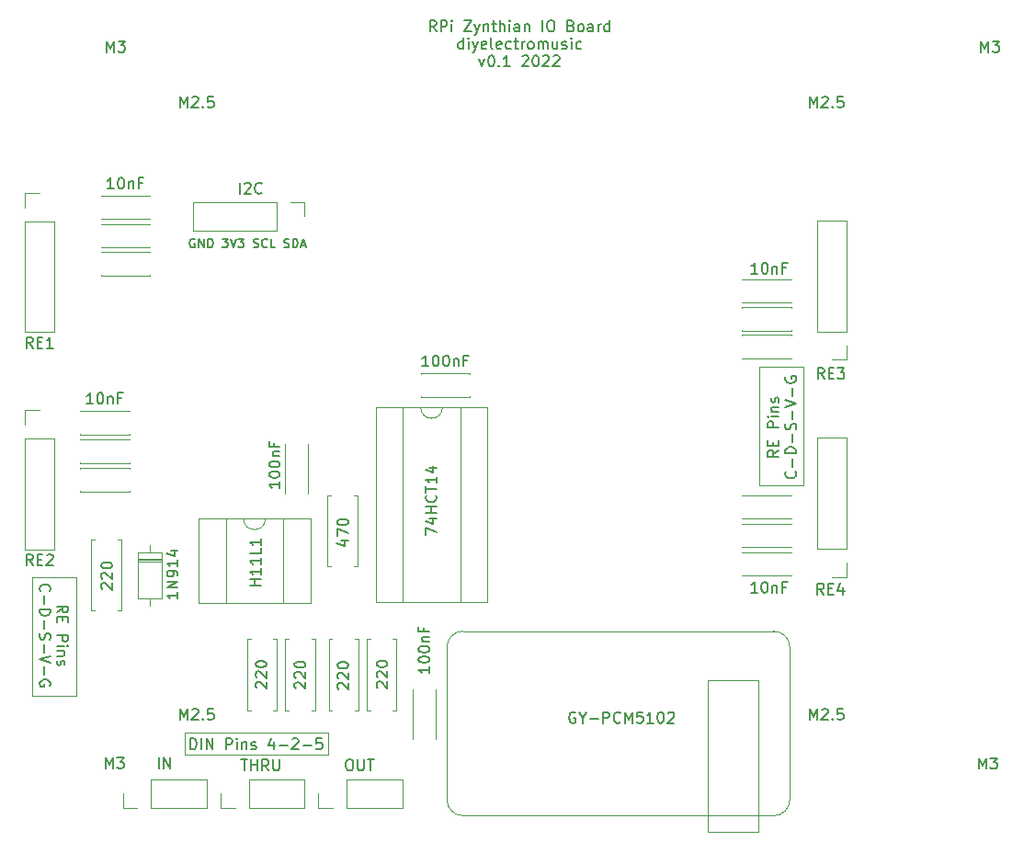
<source format=gto>
G04 #@! TF.GenerationSoftware,KiCad,Pcbnew,(6.0.5)*
G04 #@! TF.CreationDate,2022-09-01T21:04:14+01:00*
G04 #@! TF.ProjectId,Rpi-Zynthian-IOBoard,5270692d-5a79-46e7-9468-69616e2d494f,rev?*
G04 #@! TF.SameCoordinates,Original*
G04 #@! TF.FileFunction,Legend,Top*
G04 #@! TF.FilePolarity,Positive*
%FSLAX46Y46*%
G04 Gerber Fmt 4.6, Leading zero omitted, Abs format (unit mm)*
G04 Created by KiCad (PCBNEW (6.0.5)) date 2022-09-01 21:04:14*
%MOMM*%
%LPD*%
G01*
G04 APERTURE LIST*
%ADD10C,0.100000*%
%ADD11C,0.150000*%
%ADD12C,0.120000*%
G04 APERTURE END LIST*
D10*
X172389800Y-95580200D02*
X168325800Y-95580200D01*
X168325800Y-95580200D02*
X168325800Y-84683600D01*
X168325800Y-84683600D02*
X172389800Y-84683600D01*
X172389800Y-84683600D02*
X172389800Y-95580200D01*
X115341400Y-118389400D02*
X128600200Y-118389400D01*
X128600200Y-118389400D02*
X128600200Y-120421400D01*
X128600200Y-120421400D02*
X115341400Y-120421400D01*
X115341400Y-120421400D02*
X115341400Y-118389400D01*
X101320600Y-104089200D02*
X105384600Y-104089200D01*
X105384600Y-104089200D02*
X105384600Y-114985800D01*
X105384600Y-114985800D02*
X101320600Y-114985800D01*
X101320600Y-114985800D02*
X101320600Y-104089200D01*
D11*
X115897780Y-119908580D02*
X115897780Y-118908580D01*
X116135876Y-118908580D01*
X116278733Y-118956200D01*
X116373971Y-119051438D01*
X116421590Y-119146676D01*
X116469209Y-119337152D01*
X116469209Y-119480009D01*
X116421590Y-119670485D01*
X116373971Y-119765723D01*
X116278733Y-119860961D01*
X116135876Y-119908580D01*
X115897780Y-119908580D01*
X116897780Y-119908580D02*
X116897780Y-118908580D01*
X117373971Y-119908580D02*
X117373971Y-118908580D01*
X117945400Y-119908580D01*
X117945400Y-118908580D01*
X119183495Y-119908580D02*
X119183495Y-118908580D01*
X119564447Y-118908580D01*
X119659685Y-118956200D01*
X119707304Y-119003819D01*
X119754923Y-119099057D01*
X119754923Y-119241914D01*
X119707304Y-119337152D01*
X119659685Y-119384771D01*
X119564447Y-119432390D01*
X119183495Y-119432390D01*
X120183495Y-119908580D02*
X120183495Y-119241914D01*
X120183495Y-118908580D02*
X120135876Y-118956200D01*
X120183495Y-119003819D01*
X120231114Y-118956200D01*
X120183495Y-118908580D01*
X120183495Y-119003819D01*
X120659685Y-119241914D02*
X120659685Y-119908580D01*
X120659685Y-119337152D02*
X120707304Y-119289533D01*
X120802542Y-119241914D01*
X120945400Y-119241914D01*
X121040638Y-119289533D01*
X121088257Y-119384771D01*
X121088257Y-119908580D01*
X121516828Y-119860961D02*
X121612066Y-119908580D01*
X121802542Y-119908580D01*
X121897780Y-119860961D01*
X121945400Y-119765723D01*
X121945400Y-119718104D01*
X121897780Y-119622866D01*
X121802542Y-119575247D01*
X121659685Y-119575247D01*
X121564447Y-119527628D01*
X121516828Y-119432390D01*
X121516828Y-119384771D01*
X121564447Y-119289533D01*
X121659685Y-119241914D01*
X121802542Y-119241914D01*
X121897780Y-119289533D01*
X123564447Y-119241914D02*
X123564447Y-119908580D01*
X123326352Y-118860961D02*
X123088257Y-119575247D01*
X123707304Y-119575247D01*
X124088257Y-119527628D02*
X124850161Y-119527628D01*
X125278733Y-119003819D02*
X125326352Y-118956200D01*
X125421590Y-118908580D01*
X125659685Y-118908580D01*
X125754923Y-118956200D01*
X125802542Y-119003819D01*
X125850161Y-119099057D01*
X125850161Y-119194295D01*
X125802542Y-119337152D01*
X125231114Y-119908580D01*
X125850161Y-119908580D01*
X126278733Y-119527628D02*
X127040638Y-119527628D01*
X127993019Y-118908580D02*
X127516828Y-118908580D01*
X127469209Y-119384771D01*
X127516828Y-119337152D01*
X127612066Y-119289533D01*
X127850161Y-119289533D01*
X127945400Y-119337152D01*
X127993019Y-119384771D01*
X128040638Y-119480009D01*
X128040638Y-119718104D01*
X127993019Y-119813342D01*
X127945400Y-119860961D01*
X127850161Y-119908580D01*
X127612066Y-119908580D01*
X127516828Y-119860961D01*
X127469209Y-119813342D01*
X138537323Y-53782580D02*
X138203990Y-53306390D01*
X137965895Y-53782580D02*
X137965895Y-52782580D01*
X138346847Y-52782580D01*
X138442085Y-52830200D01*
X138489704Y-52877819D01*
X138537323Y-52973057D01*
X138537323Y-53115914D01*
X138489704Y-53211152D01*
X138442085Y-53258771D01*
X138346847Y-53306390D01*
X137965895Y-53306390D01*
X138965895Y-53782580D02*
X138965895Y-52782580D01*
X139346847Y-52782580D01*
X139442085Y-52830200D01*
X139489704Y-52877819D01*
X139537323Y-52973057D01*
X139537323Y-53115914D01*
X139489704Y-53211152D01*
X139442085Y-53258771D01*
X139346847Y-53306390D01*
X138965895Y-53306390D01*
X139965895Y-53782580D02*
X139965895Y-53115914D01*
X139965895Y-52782580D02*
X139918276Y-52830200D01*
X139965895Y-52877819D01*
X140013514Y-52830200D01*
X139965895Y-52782580D01*
X139965895Y-52877819D01*
X141108752Y-52782580D02*
X141775419Y-52782580D01*
X141108752Y-53782580D01*
X141775419Y-53782580D01*
X142061133Y-53115914D02*
X142299228Y-53782580D01*
X142537323Y-53115914D02*
X142299228Y-53782580D01*
X142203990Y-54020676D01*
X142156371Y-54068295D01*
X142061133Y-54115914D01*
X142918276Y-53115914D02*
X142918276Y-53782580D01*
X142918276Y-53211152D02*
X142965895Y-53163533D01*
X143061133Y-53115914D01*
X143203990Y-53115914D01*
X143299228Y-53163533D01*
X143346847Y-53258771D01*
X143346847Y-53782580D01*
X143680180Y-53115914D02*
X144061133Y-53115914D01*
X143823038Y-52782580D02*
X143823038Y-53639723D01*
X143870657Y-53734961D01*
X143965895Y-53782580D01*
X144061133Y-53782580D01*
X144394466Y-53782580D02*
X144394466Y-52782580D01*
X144823038Y-53782580D02*
X144823038Y-53258771D01*
X144775419Y-53163533D01*
X144680180Y-53115914D01*
X144537323Y-53115914D01*
X144442085Y-53163533D01*
X144394466Y-53211152D01*
X145299228Y-53782580D02*
X145299228Y-53115914D01*
X145299228Y-52782580D02*
X145251609Y-52830200D01*
X145299228Y-52877819D01*
X145346847Y-52830200D01*
X145299228Y-52782580D01*
X145299228Y-52877819D01*
X146203990Y-53782580D02*
X146203990Y-53258771D01*
X146156371Y-53163533D01*
X146061133Y-53115914D01*
X145870657Y-53115914D01*
X145775419Y-53163533D01*
X146203990Y-53734961D02*
X146108752Y-53782580D01*
X145870657Y-53782580D01*
X145775419Y-53734961D01*
X145727800Y-53639723D01*
X145727800Y-53544485D01*
X145775419Y-53449247D01*
X145870657Y-53401628D01*
X146108752Y-53401628D01*
X146203990Y-53354009D01*
X146680180Y-53115914D02*
X146680180Y-53782580D01*
X146680180Y-53211152D02*
X146727800Y-53163533D01*
X146823038Y-53115914D01*
X146965895Y-53115914D01*
X147061133Y-53163533D01*
X147108752Y-53258771D01*
X147108752Y-53782580D01*
X148346847Y-53782580D02*
X148346847Y-52782580D01*
X149013514Y-52782580D02*
X149203990Y-52782580D01*
X149299228Y-52830200D01*
X149394466Y-52925438D01*
X149442085Y-53115914D01*
X149442085Y-53449247D01*
X149394466Y-53639723D01*
X149299228Y-53734961D01*
X149203990Y-53782580D01*
X149013514Y-53782580D01*
X148918276Y-53734961D01*
X148823038Y-53639723D01*
X148775419Y-53449247D01*
X148775419Y-53115914D01*
X148823038Y-52925438D01*
X148918276Y-52830200D01*
X149013514Y-52782580D01*
X150965895Y-53258771D02*
X151108752Y-53306390D01*
X151156371Y-53354009D01*
X151203990Y-53449247D01*
X151203990Y-53592104D01*
X151156371Y-53687342D01*
X151108752Y-53734961D01*
X151013514Y-53782580D01*
X150632561Y-53782580D01*
X150632561Y-52782580D01*
X150965895Y-52782580D01*
X151061133Y-52830200D01*
X151108752Y-52877819D01*
X151156371Y-52973057D01*
X151156371Y-53068295D01*
X151108752Y-53163533D01*
X151061133Y-53211152D01*
X150965895Y-53258771D01*
X150632561Y-53258771D01*
X151775419Y-53782580D02*
X151680180Y-53734961D01*
X151632561Y-53687342D01*
X151584942Y-53592104D01*
X151584942Y-53306390D01*
X151632561Y-53211152D01*
X151680180Y-53163533D01*
X151775419Y-53115914D01*
X151918276Y-53115914D01*
X152013514Y-53163533D01*
X152061133Y-53211152D01*
X152108752Y-53306390D01*
X152108752Y-53592104D01*
X152061133Y-53687342D01*
X152013514Y-53734961D01*
X151918276Y-53782580D01*
X151775419Y-53782580D01*
X152965895Y-53782580D02*
X152965895Y-53258771D01*
X152918276Y-53163533D01*
X152823038Y-53115914D01*
X152632561Y-53115914D01*
X152537323Y-53163533D01*
X152965895Y-53734961D02*
X152870657Y-53782580D01*
X152632561Y-53782580D01*
X152537323Y-53734961D01*
X152489704Y-53639723D01*
X152489704Y-53544485D01*
X152537323Y-53449247D01*
X152632561Y-53401628D01*
X152870657Y-53401628D01*
X152965895Y-53354009D01*
X153442085Y-53782580D02*
X153442085Y-53115914D01*
X153442085Y-53306390D02*
X153489704Y-53211152D01*
X153537323Y-53163533D01*
X153632561Y-53115914D01*
X153727800Y-53115914D01*
X154489704Y-53782580D02*
X154489704Y-52782580D01*
X154489704Y-53734961D02*
X154394466Y-53782580D01*
X154203990Y-53782580D01*
X154108752Y-53734961D01*
X154061133Y-53687342D01*
X154013514Y-53592104D01*
X154013514Y-53306390D01*
X154061133Y-53211152D01*
X154108752Y-53163533D01*
X154203990Y-53115914D01*
X154394466Y-53115914D01*
X154489704Y-53163533D01*
X141037323Y-55392580D02*
X141037323Y-54392580D01*
X141037323Y-55344961D02*
X140942085Y-55392580D01*
X140751609Y-55392580D01*
X140656371Y-55344961D01*
X140608752Y-55297342D01*
X140561133Y-55202104D01*
X140561133Y-54916390D01*
X140608752Y-54821152D01*
X140656371Y-54773533D01*
X140751609Y-54725914D01*
X140942085Y-54725914D01*
X141037323Y-54773533D01*
X141513514Y-55392580D02*
X141513514Y-54725914D01*
X141513514Y-54392580D02*
X141465895Y-54440200D01*
X141513514Y-54487819D01*
X141561133Y-54440200D01*
X141513514Y-54392580D01*
X141513514Y-54487819D01*
X141894466Y-54725914D02*
X142132561Y-55392580D01*
X142370657Y-54725914D02*
X142132561Y-55392580D01*
X142037323Y-55630676D01*
X141989704Y-55678295D01*
X141894466Y-55725914D01*
X143132561Y-55344961D02*
X143037323Y-55392580D01*
X142846847Y-55392580D01*
X142751609Y-55344961D01*
X142703990Y-55249723D01*
X142703990Y-54868771D01*
X142751609Y-54773533D01*
X142846847Y-54725914D01*
X143037323Y-54725914D01*
X143132561Y-54773533D01*
X143180180Y-54868771D01*
X143180180Y-54964009D01*
X142703990Y-55059247D01*
X143751609Y-55392580D02*
X143656371Y-55344961D01*
X143608752Y-55249723D01*
X143608752Y-54392580D01*
X144513514Y-55344961D02*
X144418276Y-55392580D01*
X144227800Y-55392580D01*
X144132561Y-55344961D01*
X144084942Y-55249723D01*
X144084942Y-54868771D01*
X144132561Y-54773533D01*
X144227800Y-54725914D01*
X144418276Y-54725914D01*
X144513514Y-54773533D01*
X144561133Y-54868771D01*
X144561133Y-54964009D01*
X144084942Y-55059247D01*
X145418276Y-55344961D02*
X145323038Y-55392580D01*
X145132561Y-55392580D01*
X145037323Y-55344961D01*
X144989704Y-55297342D01*
X144942085Y-55202104D01*
X144942085Y-54916390D01*
X144989704Y-54821152D01*
X145037323Y-54773533D01*
X145132561Y-54725914D01*
X145323038Y-54725914D01*
X145418276Y-54773533D01*
X145703990Y-54725914D02*
X146084942Y-54725914D01*
X145846847Y-54392580D02*
X145846847Y-55249723D01*
X145894466Y-55344961D01*
X145989704Y-55392580D01*
X146084942Y-55392580D01*
X146418276Y-55392580D02*
X146418276Y-54725914D01*
X146418276Y-54916390D02*
X146465895Y-54821152D01*
X146513514Y-54773533D01*
X146608752Y-54725914D01*
X146703990Y-54725914D01*
X147180180Y-55392580D02*
X147084942Y-55344961D01*
X147037323Y-55297342D01*
X146989704Y-55202104D01*
X146989704Y-54916390D01*
X147037323Y-54821152D01*
X147084942Y-54773533D01*
X147180180Y-54725914D01*
X147323038Y-54725914D01*
X147418276Y-54773533D01*
X147465895Y-54821152D01*
X147513514Y-54916390D01*
X147513514Y-55202104D01*
X147465895Y-55297342D01*
X147418276Y-55344961D01*
X147323038Y-55392580D01*
X147180180Y-55392580D01*
X147942085Y-55392580D02*
X147942085Y-54725914D01*
X147942085Y-54821152D02*
X147989704Y-54773533D01*
X148084942Y-54725914D01*
X148227800Y-54725914D01*
X148323038Y-54773533D01*
X148370657Y-54868771D01*
X148370657Y-55392580D01*
X148370657Y-54868771D02*
X148418276Y-54773533D01*
X148513514Y-54725914D01*
X148656371Y-54725914D01*
X148751609Y-54773533D01*
X148799228Y-54868771D01*
X148799228Y-55392580D01*
X149703990Y-54725914D02*
X149703990Y-55392580D01*
X149275419Y-54725914D02*
X149275419Y-55249723D01*
X149323038Y-55344961D01*
X149418276Y-55392580D01*
X149561133Y-55392580D01*
X149656371Y-55344961D01*
X149703990Y-55297342D01*
X150132561Y-55344961D02*
X150227800Y-55392580D01*
X150418276Y-55392580D01*
X150513514Y-55344961D01*
X150561133Y-55249723D01*
X150561133Y-55202104D01*
X150513514Y-55106866D01*
X150418276Y-55059247D01*
X150275419Y-55059247D01*
X150180180Y-55011628D01*
X150132561Y-54916390D01*
X150132561Y-54868771D01*
X150180180Y-54773533D01*
X150275419Y-54725914D01*
X150418276Y-54725914D01*
X150513514Y-54773533D01*
X150989704Y-55392580D02*
X150989704Y-54725914D01*
X150989704Y-54392580D02*
X150942085Y-54440200D01*
X150989704Y-54487819D01*
X151037323Y-54440200D01*
X150989704Y-54392580D01*
X150989704Y-54487819D01*
X151894466Y-55344961D02*
X151799228Y-55392580D01*
X151608752Y-55392580D01*
X151513514Y-55344961D01*
X151465895Y-55297342D01*
X151418276Y-55202104D01*
X151418276Y-54916390D01*
X151465895Y-54821152D01*
X151513514Y-54773533D01*
X151608752Y-54725914D01*
X151799228Y-54725914D01*
X151894466Y-54773533D01*
X142513514Y-56335914D02*
X142751609Y-57002580D01*
X142989704Y-56335914D01*
X143561133Y-56002580D02*
X143656371Y-56002580D01*
X143751609Y-56050200D01*
X143799228Y-56097819D01*
X143846847Y-56193057D01*
X143894466Y-56383533D01*
X143894466Y-56621628D01*
X143846847Y-56812104D01*
X143799228Y-56907342D01*
X143751609Y-56954961D01*
X143656371Y-57002580D01*
X143561133Y-57002580D01*
X143465895Y-56954961D01*
X143418276Y-56907342D01*
X143370657Y-56812104D01*
X143323038Y-56621628D01*
X143323038Y-56383533D01*
X143370657Y-56193057D01*
X143418276Y-56097819D01*
X143465895Y-56050200D01*
X143561133Y-56002580D01*
X144323038Y-56907342D02*
X144370657Y-56954961D01*
X144323038Y-57002580D01*
X144275419Y-56954961D01*
X144323038Y-56907342D01*
X144323038Y-57002580D01*
X145323038Y-57002580D02*
X144751609Y-57002580D01*
X145037323Y-57002580D02*
X145037323Y-56002580D01*
X144942085Y-56145438D01*
X144846847Y-56240676D01*
X144751609Y-56288295D01*
X146465895Y-56097819D02*
X146513514Y-56050200D01*
X146608752Y-56002580D01*
X146846847Y-56002580D01*
X146942085Y-56050200D01*
X146989704Y-56097819D01*
X147037323Y-56193057D01*
X147037323Y-56288295D01*
X146989704Y-56431152D01*
X146418276Y-57002580D01*
X147037323Y-57002580D01*
X147656371Y-56002580D02*
X147751609Y-56002580D01*
X147846847Y-56050200D01*
X147894466Y-56097819D01*
X147942085Y-56193057D01*
X147989704Y-56383533D01*
X147989704Y-56621628D01*
X147942085Y-56812104D01*
X147894466Y-56907342D01*
X147846847Y-56954961D01*
X147751609Y-57002580D01*
X147656371Y-57002580D01*
X147561133Y-56954961D01*
X147513514Y-56907342D01*
X147465895Y-56812104D01*
X147418276Y-56621628D01*
X147418276Y-56383533D01*
X147465895Y-56193057D01*
X147513514Y-56097819D01*
X147561133Y-56050200D01*
X147656371Y-56002580D01*
X148370657Y-56097819D02*
X148418276Y-56050200D01*
X148513514Y-56002580D01*
X148751609Y-56002580D01*
X148846847Y-56050200D01*
X148894466Y-56097819D01*
X148942085Y-56193057D01*
X148942085Y-56288295D01*
X148894466Y-56431152D01*
X148323038Y-57002580D01*
X148942085Y-57002580D01*
X149323038Y-56097819D02*
X149370657Y-56050200D01*
X149465895Y-56002580D01*
X149703990Y-56002580D01*
X149799228Y-56050200D01*
X149846847Y-56097819D01*
X149894466Y-56193057D01*
X149894466Y-56288295D01*
X149846847Y-56431152D01*
X149275419Y-57002580D01*
X149894466Y-57002580D01*
X116300857Y-72929800D02*
X116224666Y-72891704D01*
X116110380Y-72891704D01*
X115996095Y-72929800D01*
X115919904Y-73005990D01*
X115881809Y-73082180D01*
X115843714Y-73234561D01*
X115843714Y-73348847D01*
X115881809Y-73501228D01*
X115919904Y-73577419D01*
X115996095Y-73653609D01*
X116110380Y-73691704D01*
X116186571Y-73691704D01*
X116300857Y-73653609D01*
X116338952Y-73615514D01*
X116338952Y-73348847D01*
X116186571Y-73348847D01*
X116681809Y-73691704D02*
X116681809Y-72891704D01*
X117138952Y-73691704D01*
X117138952Y-72891704D01*
X117519904Y-73691704D02*
X117519904Y-72891704D01*
X117710380Y-72891704D01*
X117824666Y-72929800D01*
X117900857Y-73005990D01*
X117938952Y-73082180D01*
X117977047Y-73234561D01*
X117977047Y-73348847D01*
X117938952Y-73501228D01*
X117900857Y-73577419D01*
X117824666Y-73653609D01*
X117710380Y-73691704D01*
X117519904Y-73691704D01*
X118853238Y-72891704D02*
X119348476Y-72891704D01*
X119081809Y-73196466D01*
X119196095Y-73196466D01*
X119272285Y-73234561D01*
X119310380Y-73272657D01*
X119348476Y-73348847D01*
X119348476Y-73539323D01*
X119310380Y-73615514D01*
X119272285Y-73653609D01*
X119196095Y-73691704D01*
X118967523Y-73691704D01*
X118891333Y-73653609D01*
X118853238Y-73615514D01*
X119577047Y-72891704D02*
X119843714Y-73691704D01*
X120110380Y-72891704D01*
X120300857Y-72891704D02*
X120796095Y-72891704D01*
X120529428Y-73196466D01*
X120643714Y-73196466D01*
X120719904Y-73234561D01*
X120758000Y-73272657D01*
X120796095Y-73348847D01*
X120796095Y-73539323D01*
X120758000Y-73615514D01*
X120719904Y-73653609D01*
X120643714Y-73691704D01*
X120415142Y-73691704D01*
X120338952Y-73653609D01*
X120300857Y-73615514D01*
X121710380Y-73653609D02*
X121824666Y-73691704D01*
X122015142Y-73691704D01*
X122091333Y-73653609D01*
X122129428Y-73615514D01*
X122167523Y-73539323D01*
X122167523Y-73463133D01*
X122129428Y-73386942D01*
X122091333Y-73348847D01*
X122015142Y-73310752D01*
X121862761Y-73272657D01*
X121786571Y-73234561D01*
X121748476Y-73196466D01*
X121710380Y-73120276D01*
X121710380Y-73044085D01*
X121748476Y-72967895D01*
X121786571Y-72929800D01*
X121862761Y-72891704D01*
X122053238Y-72891704D01*
X122167523Y-72929800D01*
X122967523Y-73615514D02*
X122929428Y-73653609D01*
X122815142Y-73691704D01*
X122738952Y-73691704D01*
X122624666Y-73653609D01*
X122548476Y-73577419D01*
X122510380Y-73501228D01*
X122472285Y-73348847D01*
X122472285Y-73234561D01*
X122510380Y-73082180D01*
X122548476Y-73005990D01*
X122624666Y-72929800D01*
X122738952Y-72891704D01*
X122815142Y-72891704D01*
X122929428Y-72929800D01*
X122967523Y-72967895D01*
X123691333Y-73691704D02*
X123310380Y-73691704D01*
X123310380Y-72891704D01*
X124529428Y-73653609D02*
X124643714Y-73691704D01*
X124834190Y-73691704D01*
X124910380Y-73653609D01*
X124948476Y-73615514D01*
X124986571Y-73539323D01*
X124986571Y-73463133D01*
X124948476Y-73386942D01*
X124910380Y-73348847D01*
X124834190Y-73310752D01*
X124681809Y-73272657D01*
X124605619Y-73234561D01*
X124567523Y-73196466D01*
X124529428Y-73120276D01*
X124529428Y-73044085D01*
X124567523Y-72967895D01*
X124605619Y-72929800D01*
X124681809Y-72891704D01*
X124872285Y-72891704D01*
X124986571Y-72929800D01*
X125329428Y-73691704D02*
X125329428Y-72891704D01*
X125519904Y-72891704D01*
X125634190Y-72929800D01*
X125710380Y-73005990D01*
X125748476Y-73082180D01*
X125786571Y-73234561D01*
X125786571Y-73348847D01*
X125748476Y-73501228D01*
X125710380Y-73577419D01*
X125634190Y-73653609D01*
X125519904Y-73691704D01*
X125329428Y-73691704D01*
X126091333Y-73463133D02*
X126472285Y-73463133D01*
X126015142Y-73691704D02*
X126281809Y-72891704D01*
X126548476Y-73691704D01*
X170081380Y-92365247D02*
X169605190Y-92698580D01*
X170081380Y-92936676D02*
X169081380Y-92936676D01*
X169081380Y-92555723D01*
X169129000Y-92460485D01*
X169176619Y-92412866D01*
X169271857Y-92365247D01*
X169414714Y-92365247D01*
X169509952Y-92412866D01*
X169557571Y-92460485D01*
X169605190Y-92555723D01*
X169605190Y-92936676D01*
X169557571Y-91936676D02*
X169557571Y-91603342D01*
X170081380Y-91460485D02*
X170081380Y-91936676D01*
X169081380Y-91936676D01*
X169081380Y-91460485D01*
X170081380Y-90270009D02*
X169081380Y-90270009D01*
X169081380Y-89889057D01*
X169129000Y-89793819D01*
X169176619Y-89746200D01*
X169271857Y-89698580D01*
X169414714Y-89698580D01*
X169509952Y-89746200D01*
X169557571Y-89793819D01*
X169605190Y-89889057D01*
X169605190Y-90270009D01*
X170081380Y-89270009D02*
X169414714Y-89270009D01*
X169081380Y-89270009D02*
X169129000Y-89317628D01*
X169176619Y-89270009D01*
X169129000Y-89222390D01*
X169081380Y-89270009D01*
X169176619Y-89270009D01*
X169414714Y-88793819D02*
X170081380Y-88793819D01*
X169509952Y-88793819D02*
X169462333Y-88746200D01*
X169414714Y-88650961D01*
X169414714Y-88508104D01*
X169462333Y-88412866D01*
X169557571Y-88365247D01*
X170081380Y-88365247D01*
X170033761Y-87936676D02*
X170081380Y-87841438D01*
X170081380Y-87650961D01*
X170033761Y-87555723D01*
X169938523Y-87508104D01*
X169890904Y-87508104D01*
X169795666Y-87555723D01*
X169748047Y-87650961D01*
X169748047Y-87793819D01*
X169700428Y-87889057D01*
X169605190Y-87936676D01*
X169557571Y-87936676D01*
X169462333Y-87889057D01*
X169414714Y-87793819D01*
X169414714Y-87650961D01*
X169462333Y-87555723D01*
X171596142Y-94317628D02*
X171643761Y-94365247D01*
X171691380Y-94508104D01*
X171691380Y-94603342D01*
X171643761Y-94746200D01*
X171548523Y-94841438D01*
X171453285Y-94889057D01*
X171262809Y-94936676D01*
X171119952Y-94936676D01*
X170929476Y-94889057D01*
X170834238Y-94841438D01*
X170739000Y-94746200D01*
X170691380Y-94603342D01*
X170691380Y-94508104D01*
X170739000Y-94365247D01*
X170786619Y-94317628D01*
X171310428Y-93889057D02*
X171310428Y-93127152D01*
X171691380Y-92650961D02*
X170691380Y-92650961D01*
X170691380Y-92412866D01*
X170739000Y-92270009D01*
X170834238Y-92174771D01*
X170929476Y-92127152D01*
X171119952Y-92079533D01*
X171262809Y-92079533D01*
X171453285Y-92127152D01*
X171548523Y-92174771D01*
X171643761Y-92270009D01*
X171691380Y-92412866D01*
X171691380Y-92650961D01*
X171310428Y-91650961D02*
X171310428Y-90889057D01*
X171643761Y-90460485D02*
X171691380Y-90317628D01*
X171691380Y-90079533D01*
X171643761Y-89984295D01*
X171596142Y-89936676D01*
X171500904Y-89889057D01*
X171405666Y-89889057D01*
X171310428Y-89936676D01*
X171262809Y-89984295D01*
X171215190Y-90079533D01*
X171167571Y-90270009D01*
X171119952Y-90365247D01*
X171072333Y-90412866D01*
X170977095Y-90460485D01*
X170881857Y-90460485D01*
X170786619Y-90412866D01*
X170739000Y-90365247D01*
X170691380Y-90270009D01*
X170691380Y-90031914D01*
X170739000Y-89889057D01*
X171310428Y-89460485D02*
X171310428Y-88698580D01*
X170691380Y-88365247D02*
X171691380Y-88031914D01*
X170691380Y-87698580D01*
X171310428Y-87365247D02*
X171310428Y-86603342D01*
X170739000Y-85603342D02*
X170691380Y-85698580D01*
X170691380Y-85841438D01*
X170739000Y-85984295D01*
X170834238Y-86079533D01*
X170929476Y-86127152D01*
X171119952Y-86174771D01*
X171262809Y-86174771D01*
X171453285Y-86127152D01*
X171548523Y-86079533D01*
X171643761Y-85984295D01*
X171691380Y-85841438D01*
X171691380Y-85746200D01*
X171643761Y-85603342D01*
X171596142Y-85555723D01*
X171262809Y-85555723D01*
X171262809Y-85746200D01*
X103629019Y-107304152D02*
X104105209Y-106970819D01*
X103629019Y-106732723D02*
X104629019Y-106732723D01*
X104629019Y-107113676D01*
X104581400Y-107208914D01*
X104533780Y-107256533D01*
X104438542Y-107304152D01*
X104295685Y-107304152D01*
X104200447Y-107256533D01*
X104152828Y-107208914D01*
X104105209Y-107113676D01*
X104105209Y-106732723D01*
X104152828Y-107732723D02*
X104152828Y-108066057D01*
X103629019Y-108208914D02*
X103629019Y-107732723D01*
X104629019Y-107732723D01*
X104629019Y-108208914D01*
X103629019Y-109399390D02*
X104629019Y-109399390D01*
X104629019Y-109780342D01*
X104581400Y-109875580D01*
X104533780Y-109923200D01*
X104438542Y-109970819D01*
X104295685Y-109970819D01*
X104200447Y-109923200D01*
X104152828Y-109875580D01*
X104105209Y-109780342D01*
X104105209Y-109399390D01*
X103629019Y-110399390D02*
X104295685Y-110399390D01*
X104629019Y-110399390D02*
X104581400Y-110351771D01*
X104533780Y-110399390D01*
X104581400Y-110447009D01*
X104629019Y-110399390D01*
X104533780Y-110399390D01*
X104295685Y-110875580D02*
X103629019Y-110875580D01*
X104200447Y-110875580D02*
X104248066Y-110923200D01*
X104295685Y-111018438D01*
X104295685Y-111161295D01*
X104248066Y-111256533D01*
X104152828Y-111304152D01*
X103629019Y-111304152D01*
X103676638Y-111732723D02*
X103629019Y-111827961D01*
X103629019Y-112018438D01*
X103676638Y-112113676D01*
X103771876Y-112161295D01*
X103819495Y-112161295D01*
X103914733Y-112113676D01*
X103962352Y-112018438D01*
X103962352Y-111875580D01*
X104009971Y-111780342D01*
X104105209Y-111732723D01*
X104152828Y-111732723D01*
X104248066Y-111780342D01*
X104295685Y-111875580D01*
X104295685Y-112018438D01*
X104248066Y-112113676D01*
X102114257Y-105351771D02*
X102066638Y-105304152D01*
X102019019Y-105161295D01*
X102019019Y-105066057D01*
X102066638Y-104923200D01*
X102161876Y-104827961D01*
X102257114Y-104780342D01*
X102447590Y-104732723D01*
X102590447Y-104732723D01*
X102780923Y-104780342D01*
X102876161Y-104827961D01*
X102971400Y-104923200D01*
X103019019Y-105066057D01*
X103019019Y-105161295D01*
X102971400Y-105304152D01*
X102923780Y-105351771D01*
X102399971Y-105780342D02*
X102399971Y-106542247D01*
X102019019Y-107018438D02*
X103019019Y-107018438D01*
X103019019Y-107256533D01*
X102971400Y-107399390D01*
X102876161Y-107494628D01*
X102780923Y-107542247D01*
X102590447Y-107589866D01*
X102447590Y-107589866D01*
X102257114Y-107542247D01*
X102161876Y-107494628D01*
X102066638Y-107399390D01*
X102019019Y-107256533D01*
X102019019Y-107018438D01*
X102399971Y-108018438D02*
X102399971Y-108780342D01*
X102066638Y-109208914D02*
X102019019Y-109351771D01*
X102019019Y-109589866D01*
X102066638Y-109685104D01*
X102114257Y-109732723D01*
X102209495Y-109780342D01*
X102304733Y-109780342D01*
X102399971Y-109732723D01*
X102447590Y-109685104D01*
X102495209Y-109589866D01*
X102542828Y-109399390D01*
X102590447Y-109304152D01*
X102638066Y-109256533D01*
X102733304Y-109208914D01*
X102828542Y-109208914D01*
X102923780Y-109256533D01*
X102971400Y-109304152D01*
X103019019Y-109399390D01*
X103019019Y-109637485D01*
X102971400Y-109780342D01*
X102399971Y-110208914D02*
X102399971Y-110970819D01*
X103019019Y-111304152D02*
X102019019Y-111637485D01*
X103019019Y-111970819D01*
X102399971Y-112304152D02*
X102399971Y-113066057D01*
X102971400Y-114066057D02*
X103019019Y-113970819D01*
X103019019Y-113827961D01*
X102971400Y-113685104D01*
X102876161Y-113589866D01*
X102780923Y-113542247D01*
X102590447Y-113494628D01*
X102447590Y-113494628D01*
X102257114Y-113542247D01*
X102161876Y-113589866D01*
X102066638Y-113685104D01*
X102019019Y-113827961D01*
X102019019Y-113923200D01*
X102066638Y-114066057D01*
X102114257Y-114113676D01*
X102447590Y-114113676D01*
X102447590Y-113923200D01*
X114956190Y-60782380D02*
X114956190Y-59782380D01*
X115289523Y-60496666D01*
X115622857Y-59782380D01*
X115622857Y-60782380D01*
X116051428Y-59877619D02*
X116099047Y-59830000D01*
X116194285Y-59782380D01*
X116432380Y-59782380D01*
X116527619Y-59830000D01*
X116575238Y-59877619D01*
X116622857Y-59972857D01*
X116622857Y-60068095D01*
X116575238Y-60210952D01*
X116003809Y-60782380D01*
X116622857Y-60782380D01*
X117051428Y-60687142D02*
X117099047Y-60734761D01*
X117051428Y-60782380D01*
X117003809Y-60734761D01*
X117051428Y-60687142D01*
X117051428Y-60782380D01*
X118003809Y-59782380D02*
X117527619Y-59782380D01*
X117480000Y-60258571D01*
X117527619Y-60210952D01*
X117622857Y-60163333D01*
X117860952Y-60163333D01*
X117956190Y-60210952D01*
X118003809Y-60258571D01*
X118051428Y-60353809D01*
X118051428Y-60591904D01*
X118003809Y-60687142D01*
X117956190Y-60734761D01*
X117860952Y-60782380D01*
X117622857Y-60782380D01*
X117527619Y-60734761D01*
X117480000Y-60687142D01*
X172956190Y-60782380D02*
X172956190Y-59782380D01*
X173289523Y-60496666D01*
X173622857Y-59782380D01*
X173622857Y-60782380D01*
X174051428Y-59877619D02*
X174099047Y-59830000D01*
X174194285Y-59782380D01*
X174432380Y-59782380D01*
X174527619Y-59830000D01*
X174575238Y-59877619D01*
X174622857Y-59972857D01*
X174622857Y-60068095D01*
X174575238Y-60210952D01*
X174003809Y-60782380D01*
X174622857Y-60782380D01*
X175051428Y-60687142D02*
X175099047Y-60734761D01*
X175051428Y-60782380D01*
X175003809Y-60734761D01*
X175051428Y-60687142D01*
X175051428Y-60782380D01*
X176003809Y-59782380D02*
X175527619Y-59782380D01*
X175480000Y-60258571D01*
X175527619Y-60210952D01*
X175622857Y-60163333D01*
X175860952Y-60163333D01*
X175956190Y-60210952D01*
X176003809Y-60258571D01*
X176051428Y-60353809D01*
X176051428Y-60591904D01*
X176003809Y-60687142D01*
X175956190Y-60734761D01*
X175860952Y-60782380D01*
X175622857Y-60782380D01*
X175527619Y-60734761D01*
X175480000Y-60687142D01*
X114956190Y-117182380D02*
X114956190Y-116182380D01*
X115289523Y-116896666D01*
X115622857Y-116182380D01*
X115622857Y-117182380D01*
X116051428Y-116277619D02*
X116099047Y-116230000D01*
X116194285Y-116182380D01*
X116432380Y-116182380D01*
X116527619Y-116230000D01*
X116575238Y-116277619D01*
X116622857Y-116372857D01*
X116622857Y-116468095D01*
X116575238Y-116610952D01*
X116003809Y-117182380D01*
X116622857Y-117182380D01*
X117051428Y-117087142D02*
X117099047Y-117134761D01*
X117051428Y-117182380D01*
X117003809Y-117134761D01*
X117051428Y-117087142D01*
X117051428Y-117182380D01*
X118003809Y-116182380D02*
X117527619Y-116182380D01*
X117480000Y-116658571D01*
X117527619Y-116610952D01*
X117622857Y-116563333D01*
X117860952Y-116563333D01*
X117956190Y-116610952D01*
X118003809Y-116658571D01*
X118051428Y-116753809D01*
X118051428Y-116991904D01*
X118003809Y-117087142D01*
X117956190Y-117134761D01*
X117860952Y-117182380D01*
X117622857Y-117182380D01*
X117527619Y-117134761D01*
X117480000Y-117087142D01*
X172956190Y-117182380D02*
X172956190Y-116182380D01*
X173289523Y-116896666D01*
X173622857Y-116182380D01*
X173622857Y-117182380D01*
X174051428Y-116277619D02*
X174099047Y-116230000D01*
X174194285Y-116182380D01*
X174432380Y-116182380D01*
X174527619Y-116230000D01*
X174575238Y-116277619D01*
X174622857Y-116372857D01*
X174622857Y-116468095D01*
X174575238Y-116610952D01*
X174003809Y-117182380D01*
X174622857Y-117182380D01*
X175051428Y-117087142D02*
X175099047Y-117134761D01*
X175051428Y-117182380D01*
X175003809Y-117134761D01*
X175051428Y-117087142D01*
X175051428Y-117182380D01*
X176003809Y-116182380D02*
X175527619Y-116182380D01*
X175480000Y-116658571D01*
X175527619Y-116610952D01*
X175622857Y-116563333D01*
X175860952Y-116563333D01*
X175956190Y-116610952D01*
X176003809Y-116658571D01*
X176051428Y-116753809D01*
X176051428Y-116991904D01*
X176003809Y-117087142D01*
X175956190Y-117134761D01*
X175860952Y-117182380D01*
X175622857Y-117182380D01*
X175527619Y-117134761D01*
X175480000Y-117087142D01*
X108200476Y-55682380D02*
X108200476Y-54682380D01*
X108533809Y-55396666D01*
X108867142Y-54682380D01*
X108867142Y-55682380D01*
X109248095Y-54682380D02*
X109867142Y-54682380D01*
X109533809Y-55063333D01*
X109676666Y-55063333D01*
X109771904Y-55110952D01*
X109819523Y-55158571D01*
X109867142Y-55253809D01*
X109867142Y-55491904D01*
X109819523Y-55587142D01*
X109771904Y-55634761D01*
X109676666Y-55682380D01*
X109390952Y-55682380D01*
X109295714Y-55634761D01*
X109248095Y-55587142D01*
X174270952Y-85782380D02*
X173937619Y-85306190D01*
X173699523Y-85782380D02*
X173699523Y-84782380D01*
X174080476Y-84782380D01*
X174175714Y-84830000D01*
X174223333Y-84877619D01*
X174270952Y-84972857D01*
X174270952Y-85115714D01*
X174223333Y-85210952D01*
X174175714Y-85258571D01*
X174080476Y-85306190D01*
X173699523Y-85306190D01*
X174699523Y-85258571D02*
X175032857Y-85258571D01*
X175175714Y-85782380D02*
X174699523Y-85782380D01*
X174699523Y-84782380D01*
X175175714Y-84782380D01*
X175509047Y-84782380D02*
X176128095Y-84782380D01*
X175794761Y-85163333D01*
X175937619Y-85163333D01*
X176032857Y-85210952D01*
X176080476Y-85258571D01*
X176128095Y-85353809D01*
X176128095Y-85591904D01*
X176080476Y-85687142D01*
X176032857Y-85734761D01*
X175937619Y-85782380D01*
X175651904Y-85782380D01*
X175556666Y-85734761D01*
X175509047Y-85687142D01*
X129755714Y-100691904D02*
X130422380Y-100691904D01*
X129374761Y-100930000D02*
X130089047Y-101168095D01*
X130089047Y-100549047D01*
X129422380Y-100263333D02*
X129422380Y-99596666D01*
X130422380Y-100025238D01*
X129422380Y-99025238D02*
X129422380Y-98930000D01*
X129470000Y-98834761D01*
X129517619Y-98787142D01*
X129612857Y-98739523D01*
X129803333Y-98691904D01*
X130041428Y-98691904D01*
X130231904Y-98739523D01*
X130327142Y-98787142D01*
X130374761Y-98834761D01*
X130422380Y-98930000D01*
X130422380Y-99025238D01*
X130374761Y-99120476D01*
X130327142Y-99168095D01*
X130231904Y-99215714D01*
X130041428Y-99263333D01*
X129803333Y-99263333D01*
X129612857Y-99215714D01*
X129517619Y-99168095D01*
X129470000Y-99120476D01*
X129422380Y-99025238D01*
X188740476Y-55682380D02*
X188740476Y-54682380D01*
X189073809Y-55396666D01*
X189407142Y-54682380D01*
X189407142Y-55682380D01*
X189788095Y-54682380D02*
X190407142Y-54682380D01*
X190073809Y-55063333D01*
X190216666Y-55063333D01*
X190311904Y-55110952D01*
X190359523Y-55158571D01*
X190407142Y-55253809D01*
X190407142Y-55491904D01*
X190359523Y-55587142D01*
X190311904Y-55634761D01*
X190216666Y-55682380D01*
X189930952Y-55682380D01*
X189835714Y-55634761D01*
X189788095Y-55587142D01*
X107787619Y-105158095D02*
X107740000Y-105110476D01*
X107692380Y-105015238D01*
X107692380Y-104777142D01*
X107740000Y-104681904D01*
X107787619Y-104634285D01*
X107882857Y-104586666D01*
X107978095Y-104586666D01*
X108120952Y-104634285D01*
X108692380Y-105205714D01*
X108692380Y-104586666D01*
X107787619Y-104205714D02*
X107740000Y-104158095D01*
X107692380Y-104062857D01*
X107692380Y-103824761D01*
X107740000Y-103729523D01*
X107787619Y-103681904D01*
X107882857Y-103634285D01*
X107978095Y-103634285D01*
X108120952Y-103681904D01*
X108692380Y-104253333D01*
X108692380Y-103634285D01*
X107692380Y-103015238D02*
X107692380Y-102920000D01*
X107740000Y-102824761D01*
X107787619Y-102777142D01*
X107882857Y-102729523D01*
X108073333Y-102681904D01*
X108311428Y-102681904D01*
X108501904Y-102729523D01*
X108597142Y-102777142D01*
X108644761Y-102824761D01*
X108692380Y-102920000D01*
X108692380Y-103015238D01*
X108644761Y-103110476D01*
X108597142Y-103158095D01*
X108501904Y-103205714D01*
X108311428Y-103253333D01*
X108073333Y-103253333D01*
X107882857Y-103205714D01*
X107787619Y-103158095D01*
X107740000Y-103110476D01*
X107692380Y-103015238D01*
X188530476Y-121702380D02*
X188530476Y-120702380D01*
X188863809Y-121416666D01*
X189197142Y-120702380D01*
X189197142Y-121702380D01*
X189578095Y-120702380D02*
X190197142Y-120702380D01*
X189863809Y-121083333D01*
X190006666Y-121083333D01*
X190101904Y-121130952D01*
X190149523Y-121178571D01*
X190197142Y-121273809D01*
X190197142Y-121511904D01*
X190149523Y-121607142D01*
X190101904Y-121654761D01*
X190006666Y-121702380D01*
X189720952Y-121702380D01*
X189625714Y-121654761D01*
X189578095Y-121607142D01*
X112971190Y-121662380D02*
X112971190Y-120662380D01*
X113447380Y-121662380D02*
X113447380Y-120662380D01*
X114018809Y-121662380D01*
X114018809Y-120662380D01*
X122001819Y-114258095D02*
X121954200Y-114210476D01*
X121906580Y-114115238D01*
X121906580Y-113877142D01*
X121954200Y-113781904D01*
X122001819Y-113734285D01*
X122097057Y-113686666D01*
X122192295Y-113686666D01*
X122335152Y-113734285D01*
X122906580Y-114305714D01*
X122906580Y-113686666D01*
X122001819Y-113305714D02*
X121954200Y-113258095D01*
X121906580Y-113162857D01*
X121906580Y-112924761D01*
X121954200Y-112829523D01*
X122001819Y-112781904D01*
X122097057Y-112734285D01*
X122192295Y-112734285D01*
X122335152Y-112781904D01*
X122906580Y-113353333D01*
X122906580Y-112734285D01*
X121906580Y-112115238D02*
X121906580Y-112020000D01*
X121954200Y-111924761D01*
X122001819Y-111877142D01*
X122097057Y-111829523D01*
X122287533Y-111781904D01*
X122525628Y-111781904D01*
X122716104Y-111829523D01*
X122811342Y-111877142D01*
X122858961Y-111924761D01*
X122906580Y-112020000D01*
X122906580Y-112115238D01*
X122858961Y-112210476D01*
X122811342Y-112258095D01*
X122716104Y-112305714D01*
X122525628Y-112353333D01*
X122287533Y-112353333D01*
X122097057Y-112305714D01*
X122001819Y-112258095D01*
X121954200Y-112210476D01*
X121906580Y-112115238D01*
X129541819Y-114358095D02*
X129494200Y-114310476D01*
X129446580Y-114215238D01*
X129446580Y-113977142D01*
X129494200Y-113881904D01*
X129541819Y-113834285D01*
X129637057Y-113786666D01*
X129732295Y-113786666D01*
X129875152Y-113834285D01*
X130446580Y-114405714D01*
X130446580Y-113786666D01*
X129541819Y-113405714D02*
X129494200Y-113358095D01*
X129446580Y-113262857D01*
X129446580Y-113024761D01*
X129494200Y-112929523D01*
X129541819Y-112881904D01*
X129637057Y-112834285D01*
X129732295Y-112834285D01*
X129875152Y-112881904D01*
X130446580Y-113453333D01*
X130446580Y-112834285D01*
X129446580Y-112215238D02*
X129446580Y-112120000D01*
X129494200Y-112024761D01*
X129541819Y-111977142D01*
X129637057Y-111929523D01*
X129827533Y-111881904D01*
X130065628Y-111881904D01*
X130256104Y-111929523D01*
X130351342Y-111977142D01*
X130398961Y-112024761D01*
X130446580Y-112120000D01*
X130446580Y-112215238D01*
X130398961Y-112310476D01*
X130351342Y-112358095D01*
X130256104Y-112405714D01*
X130065628Y-112453333D01*
X129827533Y-112453333D01*
X129637057Y-112405714D01*
X129541819Y-112358095D01*
X129494200Y-112310476D01*
X129446580Y-112215238D01*
X108848571Y-68262380D02*
X108277142Y-68262380D01*
X108562857Y-68262380D02*
X108562857Y-67262380D01*
X108467619Y-67405238D01*
X108372380Y-67500476D01*
X108277142Y-67548095D01*
X109467619Y-67262380D02*
X109562857Y-67262380D01*
X109658095Y-67310000D01*
X109705714Y-67357619D01*
X109753333Y-67452857D01*
X109800952Y-67643333D01*
X109800952Y-67881428D01*
X109753333Y-68071904D01*
X109705714Y-68167142D01*
X109658095Y-68214761D01*
X109562857Y-68262380D01*
X109467619Y-68262380D01*
X109372380Y-68214761D01*
X109324761Y-68167142D01*
X109277142Y-68071904D01*
X109229523Y-67881428D01*
X109229523Y-67643333D01*
X109277142Y-67452857D01*
X109324761Y-67357619D01*
X109372380Y-67310000D01*
X109467619Y-67262380D01*
X110229523Y-67595714D02*
X110229523Y-68262380D01*
X110229523Y-67690952D02*
X110277142Y-67643333D01*
X110372380Y-67595714D01*
X110515238Y-67595714D01*
X110610476Y-67643333D01*
X110658095Y-67738571D01*
X110658095Y-68262380D01*
X111467619Y-67738571D02*
X111134285Y-67738571D01*
X111134285Y-68262380D02*
X111134285Y-67262380D01*
X111610476Y-67262380D01*
X101380952Y-102942380D02*
X101047619Y-102466190D01*
X100809523Y-102942380D02*
X100809523Y-101942380D01*
X101190476Y-101942380D01*
X101285714Y-101990000D01*
X101333333Y-102037619D01*
X101380952Y-102132857D01*
X101380952Y-102275714D01*
X101333333Y-102370952D01*
X101285714Y-102418571D01*
X101190476Y-102466190D01*
X100809523Y-102466190D01*
X101809523Y-102418571D02*
X102142857Y-102418571D01*
X102285714Y-102942380D02*
X101809523Y-102942380D01*
X101809523Y-101942380D01*
X102285714Y-101942380D01*
X102666666Y-102037619D02*
X102714285Y-101990000D01*
X102809523Y-101942380D01*
X103047619Y-101942380D01*
X103142857Y-101990000D01*
X103190476Y-102037619D01*
X103238095Y-102132857D01*
X103238095Y-102228095D01*
X103190476Y-102370952D01*
X102619047Y-102942380D01*
X103238095Y-102942380D01*
X174230952Y-105632380D02*
X173897619Y-105156190D01*
X173659523Y-105632380D02*
X173659523Y-104632380D01*
X174040476Y-104632380D01*
X174135714Y-104680000D01*
X174183333Y-104727619D01*
X174230952Y-104822857D01*
X174230952Y-104965714D01*
X174183333Y-105060952D01*
X174135714Y-105108571D01*
X174040476Y-105156190D01*
X173659523Y-105156190D01*
X174659523Y-105108571D02*
X174992857Y-105108571D01*
X175135714Y-105632380D02*
X174659523Y-105632380D01*
X174659523Y-104632380D01*
X175135714Y-104632380D01*
X175992857Y-104965714D02*
X175992857Y-105632380D01*
X175754761Y-104584761D02*
X175516666Y-105299047D01*
X176135714Y-105299047D01*
X108100476Y-121662380D02*
X108100476Y-120662380D01*
X108433809Y-121376666D01*
X108767142Y-120662380D01*
X108767142Y-121662380D01*
X109148095Y-120662380D02*
X109767142Y-120662380D01*
X109433809Y-121043333D01*
X109576666Y-121043333D01*
X109671904Y-121090952D01*
X109719523Y-121138571D01*
X109767142Y-121233809D01*
X109767142Y-121471904D01*
X109719523Y-121567142D01*
X109671904Y-121614761D01*
X109576666Y-121662380D01*
X109290952Y-121662380D01*
X109195714Y-121614761D01*
X109148095Y-121567142D01*
X124142380Y-95257619D02*
X124142380Y-95829047D01*
X124142380Y-95543333D02*
X123142380Y-95543333D01*
X123285238Y-95638571D01*
X123380476Y-95733809D01*
X123428095Y-95829047D01*
X123142380Y-94638571D02*
X123142380Y-94543333D01*
X123190000Y-94448095D01*
X123237619Y-94400476D01*
X123332857Y-94352857D01*
X123523333Y-94305238D01*
X123761428Y-94305238D01*
X123951904Y-94352857D01*
X124047142Y-94400476D01*
X124094761Y-94448095D01*
X124142380Y-94543333D01*
X124142380Y-94638571D01*
X124094761Y-94733809D01*
X124047142Y-94781428D01*
X123951904Y-94829047D01*
X123761428Y-94876666D01*
X123523333Y-94876666D01*
X123332857Y-94829047D01*
X123237619Y-94781428D01*
X123190000Y-94733809D01*
X123142380Y-94638571D01*
X123142380Y-93686190D02*
X123142380Y-93590952D01*
X123190000Y-93495714D01*
X123237619Y-93448095D01*
X123332857Y-93400476D01*
X123523333Y-93352857D01*
X123761428Y-93352857D01*
X123951904Y-93400476D01*
X124047142Y-93448095D01*
X124094761Y-93495714D01*
X124142380Y-93590952D01*
X124142380Y-93686190D01*
X124094761Y-93781428D01*
X124047142Y-93829047D01*
X123951904Y-93876666D01*
X123761428Y-93924285D01*
X123523333Y-93924285D01*
X123332857Y-93876666D01*
X123237619Y-93829047D01*
X123190000Y-93781428D01*
X123142380Y-93686190D01*
X123475714Y-92924285D02*
X124142380Y-92924285D01*
X123570952Y-92924285D02*
X123523333Y-92876666D01*
X123475714Y-92781428D01*
X123475714Y-92638571D01*
X123523333Y-92543333D01*
X123618571Y-92495714D01*
X124142380Y-92495714D01*
X123618571Y-91686190D02*
X123618571Y-92019523D01*
X124142380Y-92019523D02*
X123142380Y-92019523D01*
X123142380Y-91543333D01*
X120576666Y-120862380D02*
X121148095Y-120862380D01*
X120862380Y-121862380D02*
X120862380Y-120862380D01*
X121481428Y-121862380D02*
X121481428Y-120862380D01*
X121481428Y-121338571D02*
X122052857Y-121338571D01*
X122052857Y-121862380D02*
X122052857Y-120862380D01*
X123100476Y-121862380D02*
X122767142Y-121386190D01*
X122529047Y-121862380D02*
X122529047Y-120862380D01*
X122910000Y-120862380D01*
X123005238Y-120910000D01*
X123052857Y-120957619D01*
X123100476Y-121052857D01*
X123100476Y-121195714D01*
X123052857Y-121290952D01*
X123005238Y-121338571D01*
X122910000Y-121386190D01*
X122529047Y-121386190D01*
X123529047Y-120862380D02*
X123529047Y-121671904D01*
X123576666Y-121767142D01*
X123624285Y-121814761D01*
X123719523Y-121862380D01*
X123910000Y-121862380D01*
X124005238Y-121814761D01*
X124052857Y-121767142D01*
X124100476Y-121671904D01*
X124100476Y-120862380D01*
X130465000Y-120852380D02*
X130655476Y-120852380D01*
X130750714Y-120900000D01*
X130845952Y-120995238D01*
X130893571Y-121185714D01*
X130893571Y-121519047D01*
X130845952Y-121709523D01*
X130750714Y-121804761D01*
X130655476Y-121852380D01*
X130465000Y-121852380D01*
X130369761Y-121804761D01*
X130274523Y-121709523D01*
X130226904Y-121519047D01*
X130226904Y-121185714D01*
X130274523Y-120995238D01*
X130369761Y-120900000D01*
X130465000Y-120852380D01*
X131322142Y-120852380D02*
X131322142Y-121661904D01*
X131369761Y-121757142D01*
X131417380Y-121804761D01*
X131512619Y-121852380D01*
X131703095Y-121852380D01*
X131798333Y-121804761D01*
X131845952Y-121757142D01*
X131893571Y-121661904D01*
X131893571Y-120852380D01*
X132226904Y-120852380D02*
X132798333Y-120852380D01*
X132512619Y-121852380D02*
X132512619Y-120852380D01*
X125591819Y-114288095D02*
X125544200Y-114240476D01*
X125496580Y-114145238D01*
X125496580Y-113907142D01*
X125544200Y-113811904D01*
X125591819Y-113764285D01*
X125687057Y-113716666D01*
X125782295Y-113716666D01*
X125925152Y-113764285D01*
X126496580Y-114335714D01*
X126496580Y-113716666D01*
X125591819Y-113335714D02*
X125544200Y-113288095D01*
X125496580Y-113192857D01*
X125496580Y-112954761D01*
X125544200Y-112859523D01*
X125591819Y-112811904D01*
X125687057Y-112764285D01*
X125782295Y-112764285D01*
X125925152Y-112811904D01*
X126496580Y-113383333D01*
X126496580Y-112764285D01*
X125496580Y-112145238D02*
X125496580Y-112050000D01*
X125544200Y-111954761D01*
X125591819Y-111907142D01*
X125687057Y-111859523D01*
X125877533Y-111811904D01*
X126115628Y-111811904D01*
X126306104Y-111859523D01*
X126401342Y-111907142D01*
X126448961Y-111954761D01*
X126496580Y-112050000D01*
X126496580Y-112145238D01*
X126448961Y-112240476D01*
X126401342Y-112288095D01*
X126306104Y-112335714D01*
X126115628Y-112383333D01*
X125877533Y-112383333D01*
X125687057Y-112335714D01*
X125591819Y-112288095D01*
X125544200Y-112240476D01*
X125496580Y-112145238D01*
X151358095Y-116530000D02*
X151262857Y-116482380D01*
X151120000Y-116482380D01*
X150977142Y-116530000D01*
X150881904Y-116625238D01*
X150834285Y-116720476D01*
X150786666Y-116910952D01*
X150786666Y-117053809D01*
X150834285Y-117244285D01*
X150881904Y-117339523D01*
X150977142Y-117434761D01*
X151120000Y-117482380D01*
X151215238Y-117482380D01*
X151358095Y-117434761D01*
X151405714Y-117387142D01*
X151405714Y-117053809D01*
X151215238Y-117053809D01*
X152024761Y-117006190D02*
X152024761Y-117482380D01*
X151691428Y-116482380D02*
X152024761Y-117006190D01*
X152358095Y-116482380D01*
X152691428Y-117101428D02*
X153453333Y-117101428D01*
X153929523Y-117482380D02*
X153929523Y-116482380D01*
X154310476Y-116482380D01*
X154405714Y-116530000D01*
X154453333Y-116577619D01*
X154500952Y-116672857D01*
X154500952Y-116815714D01*
X154453333Y-116910952D01*
X154405714Y-116958571D01*
X154310476Y-117006190D01*
X153929523Y-117006190D01*
X155500952Y-117387142D02*
X155453333Y-117434761D01*
X155310476Y-117482380D01*
X155215238Y-117482380D01*
X155072380Y-117434761D01*
X154977142Y-117339523D01*
X154929523Y-117244285D01*
X154881904Y-117053809D01*
X154881904Y-116910952D01*
X154929523Y-116720476D01*
X154977142Y-116625238D01*
X155072380Y-116530000D01*
X155215238Y-116482380D01*
X155310476Y-116482380D01*
X155453333Y-116530000D01*
X155500952Y-116577619D01*
X155929523Y-117482380D02*
X155929523Y-116482380D01*
X156262857Y-117196666D01*
X156596190Y-116482380D01*
X156596190Y-117482380D01*
X157548571Y-116482380D02*
X157072380Y-116482380D01*
X157024761Y-116958571D01*
X157072380Y-116910952D01*
X157167619Y-116863333D01*
X157405714Y-116863333D01*
X157500952Y-116910952D01*
X157548571Y-116958571D01*
X157596190Y-117053809D01*
X157596190Y-117291904D01*
X157548571Y-117387142D01*
X157500952Y-117434761D01*
X157405714Y-117482380D01*
X157167619Y-117482380D01*
X157072380Y-117434761D01*
X157024761Y-117387142D01*
X158548571Y-117482380D02*
X157977142Y-117482380D01*
X158262857Y-117482380D02*
X158262857Y-116482380D01*
X158167619Y-116625238D01*
X158072380Y-116720476D01*
X157977142Y-116768095D01*
X159167619Y-116482380D02*
X159262857Y-116482380D01*
X159358095Y-116530000D01*
X159405714Y-116577619D01*
X159453333Y-116672857D01*
X159500952Y-116863333D01*
X159500952Y-117101428D01*
X159453333Y-117291904D01*
X159405714Y-117387142D01*
X159358095Y-117434761D01*
X159262857Y-117482380D01*
X159167619Y-117482380D01*
X159072380Y-117434761D01*
X159024761Y-117387142D01*
X158977142Y-117291904D01*
X158929523Y-117101428D01*
X158929523Y-116863333D01*
X158977142Y-116672857D01*
X159024761Y-116577619D01*
X159072380Y-116530000D01*
X159167619Y-116482380D01*
X159881904Y-116577619D02*
X159929523Y-116530000D01*
X160024761Y-116482380D01*
X160262857Y-116482380D01*
X160358095Y-116530000D01*
X160405714Y-116577619D01*
X160453333Y-116672857D01*
X160453333Y-116768095D01*
X160405714Y-116910952D01*
X159834285Y-117482380D01*
X160453333Y-117482380D01*
X133131819Y-114228095D02*
X133084200Y-114180476D01*
X133036580Y-114085238D01*
X133036580Y-113847142D01*
X133084200Y-113751904D01*
X133131819Y-113704285D01*
X133227057Y-113656666D01*
X133322295Y-113656666D01*
X133465152Y-113704285D01*
X134036580Y-114275714D01*
X134036580Y-113656666D01*
X133131819Y-113275714D02*
X133084200Y-113228095D01*
X133036580Y-113132857D01*
X133036580Y-112894761D01*
X133084200Y-112799523D01*
X133131819Y-112751904D01*
X133227057Y-112704285D01*
X133322295Y-112704285D01*
X133465152Y-112751904D01*
X134036580Y-113323333D01*
X134036580Y-112704285D01*
X133036580Y-112085238D02*
X133036580Y-111990000D01*
X133084200Y-111894761D01*
X133131819Y-111847142D01*
X133227057Y-111799523D01*
X133417533Y-111751904D01*
X133655628Y-111751904D01*
X133846104Y-111799523D01*
X133941342Y-111847142D01*
X133988961Y-111894761D01*
X134036580Y-111990000D01*
X134036580Y-112085238D01*
X133988961Y-112180476D01*
X133941342Y-112228095D01*
X133846104Y-112275714D01*
X133655628Y-112323333D01*
X133417533Y-112323333D01*
X133227057Y-112275714D01*
X133131819Y-112228095D01*
X133084200Y-112180476D01*
X133036580Y-112085238D01*
X137912380Y-112307619D02*
X137912380Y-112879047D01*
X137912380Y-112593333D02*
X136912380Y-112593333D01*
X137055238Y-112688571D01*
X137150476Y-112783809D01*
X137198095Y-112879047D01*
X136912380Y-111688571D02*
X136912380Y-111593333D01*
X136960000Y-111498095D01*
X137007619Y-111450476D01*
X137102857Y-111402857D01*
X137293333Y-111355238D01*
X137531428Y-111355238D01*
X137721904Y-111402857D01*
X137817142Y-111450476D01*
X137864761Y-111498095D01*
X137912380Y-111593333D01*
X137912380Y-111688571D01*
X137864761Y-111783809D01*
X137817142Y-111831428D01*
X137721904Y-111879047D01*
X137531428Y-111926666D01*
X137293333Y-111926666D01*
X137102857Y-111879047D01*
X137007619Y-111831428D01*
X136960000Y-111783809D01*
X136912380Y-111688571D01*
X136912380Y-110736190D02*
X136912380Y-110640952D01*
X136960000Y-110545714D01*
X137007619Y-110498095D01*
X137102857Y-110450476D01*
X137293333Y-110402857D01*
X137531428Y-110402857D01*
X137721904Y-110450476D01*
X137817142Y-110498095D01*
X137864761Y-110545714D01*
X137912380Y-110640952D01*
X137912380Y-110736190D01*
X137864761Y-110831428D01*
X137817142Y-110879047D01*
X137721904Y-110926666D01*
X137531428Y-110974285D01*
X137293333Y-110974285D01*
X137102857Y-110926666D01*
X137007619Y-110879047D01*
X136960000Y-110831428D01*
X136912380Y-110736190D01*
X137245714Y-109974285D02*
X137912380Y-109974285D01*
X137340952Y-109974285D02*
X137293333Y-109926666D01*
X137245714Y-109831428D01*
X137245714Y-109688571D01*
X137293333Y-109593333D01*
X137388571Y-109545714D01*
X137912380Y-109545714D01*
X137388571Y-108736190D02*
X137388571Y-109069523D01*
X137912380Y-109069523D02*
X136912380Y-109069523D01*
X136912380Y-108593333D01*
X106928571Y-88082380D02*
X106357142Y-88082380D01*
X106642857Y-88082380D02*
X106642857Y-87082380D01*
X106547619Y-87225238D01*
X106452380Y-87320476D01*
X106357142Y-87368095D01*
X107547619Y-87082380D02*
X107642857Y-87082380D01*
X107738095Y-87130000D01*
X107785714Y-87177619D01*
X107833333Y-87272857D01*
X107880952Y-87463333D01*
X107880952Y-87701428D01*
X107833333Y-87891904D01*
X107785714Y-87987142D01*
X107738095Y-88034761D01*
X107642857Y-88082380D01*
X107547619Y-88082380D01*
X107452380Y-88034761D01*
X107404761Y-87987142D01*
X107357142Y-87891904D01*
X107309523Y-87701428D01*
X107309523Y-87463333D01*
X107357142Y-87272857D01*
X107404761Y-87177619D01*
X107452380Y-87130000D01*
X107547619Y-87082380D01*
X108309523Y-87415714D02*
X108309523Y-88082380D01*
X108309523Y-87510952D02*
X108357142Y-87463333D01*
X108452380Y-87415714D01*
X108595238Y-87415714D01*
X108690476Y-87463333D01*
X108738095Y-87558571D01*
X108738095Y-88082380D01*
X109547619Y-87558571D02*
X109214285Y-87558571D01*
X109214285Y-88082380D02*
X109214285Y-87082380D01*
X109690476Y-87082380D01*
X168117971Y-105481380D02*
X167546542Y-105481380D01*
X167832257Y-105481380D02*
X167832257Y-104481380D01*
X167737019Y-104624238D01*
X167641780Y-104719476D01*
X167546542Y-104767095D01*
X168737019Y-104481380D02*
X168832257Y-104481380D01*
X168927495Y-104529000D01*
X168975114Y-104576619D01*
X169022733Y-104671857D01*
X169070352Y-104862333D01*
X169070352Y-105100428D01*
X169022733Y-105290904D01*
X168975114Y-105386142D01*
X168927495Y-105433761D01*
X168832257Y-105481380D01*
X168737019Y-105481380D01*
X168641780Y-105433761D01*
X168594161Y-105386142D01*
X168546542Y-105290904D01*
X168498923Y-105100428D01*
X168498923Y-104862333D01*
X168546542Y-104671857D01*
X168594161Y-104576619D01*
X168641780Y-104529000D01*
X168737019Y-104481380D01*
X169498923Y-104814714D02*
X169498923Y-105481380D01*
X169498923Y-104909952D02*
X169546542Y-104862333D01*
X169641780Y-104814714D01*
X169784638Y-104814714D01*
X169879876Y-104862333D01*
X169927495Y-104957571D01*
X169927495Y-105481380D01*
X170737019Y-104957571D02*
X170403685Y-104957571D01*
X170403685Y-105481380D02*
X170403685Y-104481380D01*
X170879876Y-104481380D01*
X122372380Y-104809047D02*
X121372380Y-104809047D01*
X121848571Y-104809047D02*
X121848571Y-104237619D01*
X122372380Y-104237619D02*
X121372380Y-104237619D01*
X122372380Y-103237619D02*
X122372380Y-103809047D01*
X122372380Y-103523333D02*
X121372380Y-103523333D01*
X121515238Y-103618571D01*
X121610476Y-103713809D01*
X121658095Y-103809047D01*
X122372380Y-102285238D02*
X122372380Y-102856666D01*
X122372380Y-102570952D02*
X121372380Y-102570952D01*
X121515238Y-102666190D01*
X121610476Y-102761428D01*
X121658095Y-102856666D01*
X122372380Y-101380476D02*
X122372380Y-101856666D01*
X121372380Y-101856666D01*
X122372380Y-100523333D02*
X122372380Y-101094761D01*
X122372380Y-100809047D02*
X121372380Y-100809047D01*
X121515238Y-100904285D01*
X121610476Y-100999523D01*
X121658095Y-101094761D01*
X114742380Y-105446666D02*
X114742380Y-106018095D01*
X114742380Y-105732380D02*
X113742380Y-105732380D01*
X113885238Y-105827619D01*
X113980476Y-105922857D01*
X114028095Y-106018095D01*
X114742380Y-105018095D02*
X113742380Y-105018095D01*
X114742380Y-104446666D01*
X113742380Y-104446666D01*
X114742380Y-103922857D02*
X114742380Y-103732380D01*
X114694761Y-103637142D01*
X114647142Y-103589523D01*
X114504285Y-103494285D01*
X114313809Y-103446666D01*
X113932857Y-103446666D01*
X113837619Y-103494285D01*
X113790000Y-103541904D01*
X113742380Y-103637142D01*
X113742380Y-103827619D01*
X113790000Y-103922857D01*
X113837619Y-103970476D01*
X113932857Y-104018095D01*
X114170952Y-104018095D01*
X114266190Y-103970476D01*
X114313809Y-103922857D01*
X114361428Y-103827619D01*
X114361428Y-103637142D01*
X114313809Y-103541904D01*
X114266190Y-103494285D01*
X114170952Y-103446666D01*
X114742380Y-102494285D02*
X114742380Y-103065714D01*
X114742380Y-102780000D02*
X113742380Y-102780000D01*
X113885238Y-102875238D01*
X113980476Y-102970476D01*
X114028095Y-103065714D01*
X114075714Y-101637142D02*
X114742380Y-101637142D01*
X113694761Y-101875238D02*
X114409047Y-102113333D01*
X114409047Y-101494285D01*
X137832380Y-84617380D02*
X137260952Y-84617380D01*
X137546666Y-84617380D02*
X137546666Y-83617380D01*
X137451428Y-83760238D01*
X137356190Y-83855476D01*
X137260952Y-83903095D01*
X138451428Y-83617380D02*
X138546666Y-83617380D01*
X138641904Y-83665000D01*
X138689523Y-83712619D01*
X138737142Y-83807857D01*
X138784761Y-83998333D01*
X138784761Y-84236428D01*
X138737142Y-84426904D01*
X138689523Y-84522142D01*
X138641904Y-84569761D01*
X138546666Y-84617380D01*
X138451428Y-84617380D01*
X138356190Y-84569761D01*
X138308571Y-84522142D01*
X138260952Y-84426904D01*
X138213333Y-84236428D01*
X138213333Y-83998333D01*
X138260952Y-83807857D01*
X138308571Y-83712619D01*
X138356190Y-83665000D01*
X138451428Y-83617380D01*
X139403809Y-83617380D02*
X139499047Y-83617380D01*
X139594285Y-83665000D01*
X139641904Y-83712619D01*
X139689523Y-83807857D01*
X139737142Y-83998333D01*
X139737142Y-84236428D01*
X139689523Y-84426904D01*
X139641904Y-84522142D01*
X139594285Y-84569761D01*
X139499047Y-84617380D01*
X139403809Y-84617380D01*
X139308571Y-84569761D01*
X139260952Y-84522142D01*
X139213333Y-84426904D01*
X139165714Y-84236428D01*
X139165714Y-83998333D01*
X139213333Y-83807857D01*
X139260952Y-83712619D01*
X139308571Y-83665000D01*
X139403809Y-83617380D01*
X140165714Y-83950714D02*
X140165714Y-84617380D01*
X140165714Y-84045952D02*
X140213333Y-83998333D01*
X140308571Y-83950714D01*
X140451428Y-83950714D01*
X140546666Y-83998333D01*
X140594285Y-84093571D01*
X140594285Y-84617380D01*
X141403809Y-84093571D02*
X141070476Y-84093571D01*
X141070476Y-84617380D02*
X141070476Y-83617380D01*
X141546666Y-83617380D01*
X168138571Y-76092380D02*
X167567142Y-76092380D01*
X167852857Y-76092380D02*
X167852857Y-75092380D01*
X167757619Y-75235238D01*
X167662380Y-75330476D01*
X167567142Y-75378095D01*
X168757619Y-75092380D02*
X168852857Y-75092380D01*
X168948095Y-75140000D01*
X168995714Y-75187619D01*
X169043333Y-75282857D01*
X169090952Y-75473333D01*
X169090952Y-75711428D01*
X169043333Y-75901904D01*
X168995714Y-75997142D01*
X168948095Y-76044761D01*
X168852857Y-76092380D01*
X168757619Y-76092380D01*
X168662380Y-76044761D01*
X168614761Y-75997142D01*
X168567142Y-75901904D01*
X168519523Y-75711428D01*
X168519523Y-75473333D01*
X168567142Y-75282857D01*
X168614761Y-75187619D01*
X168662380Y-75140000D01*
X168757619Y-75092380D01*
X169519523Y-75425714D02*
X169519523Y-76092380D01*
X169519523Y-75520952D02*
X169567142Y-75473333D01*
X169662380Y-75425714D01*
X169805238Y-75425714D01*
X169900476Y-75473333D01*
X169948095Y-75568571D01*
X169948095Y-76092380D01*
X170757619Y-75568571D02*
X170424285Y-75568571D01*
X170424285Y-76092380D02*
X170424285Y-75092380D01*
X170900476Y-75092380D01*
X137582380Y-100136666D02*
X137582380Y-99470000D01*
X138582380Y-99898571D01*
X137915714Y-98660476D02*
X138582380Y-98660476D01*
X137534761Y-98898571D02*
X138249047Y-99136666D01*
X138249047Y-98517619D01*
X138582380Y-98136666D02*
X137582380Y-98136666D01*
X138058571Y-98136666D02*
X138058571Y-97565238D01*
X138582380Y-97565238D02*
X137582380Y-97565238D01*
X138487142Y-96517619D02*
X138534761Y-96565238D01*
X138582380Y-96708095D01*
X138582380Y-96803333D01*
X138534761Y-96946190D01*
X138439523Y-97041428D01*
X138344285Y-97089047D01*
X138153809Y-97136666D01*
X138010952Y-97136666D01*
X137820476Y-97089047D01*
X137725238Y-97041428D01*
X137630000Y-96946190D01*
X137582380Y-96803333D01*
X137582380Y-96708095D01*
X137630000Y-96565238D01*
X137677619Y-96517619D01*
X137582380Y-96231904D02*
X137582380Y-95660476D01*
X138582380Y-95946190D02*
X137582380Y-95946190D01*
X138582380Y-94803333D02*
X138582380Y-95374761D01*
X138582380Y-95089047D02*
X137582380Y-95089047D01*
X137725238Y-95184285D01*
X137820476Y-95279523D01*
X137868095Y-95374761D01*
X137915714Y-93946190D02*
X138582380Y-93946190D01*
X137534761Y-94184285D02*
X138249047Y-94422380D01*
X138249047Y-93803333D01*
X101380952Y-82942380D02*
X101047619Y-82466190D01*
X100809523Y-82942380D02*
X100809523Y-81942380D01*
X101190476Y-81942380D01*
X101285714Y-81990000D01*
X101333333Y-82037619D01*
X101380952Y-82132857D01*
X101380952Y-82275714D01*
X101333333Y-82370952D01*
X101285714Y-82418571D01*
X101190476Y-82466190D01*
X100809523Y-82466190D01*
X101809523Y-82418571D02*
X102142857Y-82418571D01*
X102285714Y-82942380D02*
X101809523Y-82942380D01*
X101809523Y-81942380D01*
X102285714Y-81942380D01*
X103238095Y-82942380D02*
X102666666Y-82942380D01*
X102952380Y-82942380D02*
X102952380Y-81942380D01*
X102857142Y-82085238D01*
X102761904Y-82180476D01*
X102666666Y-82228095D01*
X120461209Y-68727580D02*
X120461209Y-67727580D01*
X120889780Y-67822819D02*
X120937400Y-67775200D01*
X121032638Y-67727580D01*
X121270733Y-67727580D01*
X121365971Y-67775200D01*
X121413590Y-67822819D01*
X121461209Y-67918057D01*
X121461209Y-68013295D01*
X121413590Y-68156152D01*
X120842161Y-68727580D01*
X121461209Y-68727580D01*
X122461209Y-68632342D02*
X122413590Y-68679961D01*
X122270733Y-68727580D01*
X122175495Y-68727580D01*
X122032638Y-68679961D01*
X121937400Y-68584723D01*
X121889780Y-68489485D01*
X121842161Y-68299009D01*
X121842161Y-68156152D01*
X121889780Y-67965676D01*
X121937400Y-67870438D01*
X122032638Y-67775200D01*
X122175495Y-67727580D01*
X122270733Y-67727580D01*
X122413590Y-67775200D01*
X122461209Y-67822819D01*
D12*
X166730000Y-81325000D02*
X166730000Y-81340000D01*
X166730000Y-79200000D02*
X171270000Y-79200000D01*
X171270000Y-81325000D02*
X171270000Y-81340000D01*
X166730000Y-81340000D02*
X171270000Y-81340000D01*
X166730000Y-79200000D02*
X166730000Y-79215000D01*
X171270000Y-79200000D02*
X171270000Y-79215000D01*
X176330000Y-71210000D02*
X173670000Y-71210000D01*
X173670000Y-81430000D02*
X173670000Y-71210000D01*
X176330000Y-82700000D02*
X176330000Y-84030000D01*
X176330000Y-84030000D02*
X175000000Y-84030000D01*
X176330000Y-81430000D02*
X176330000Y-71210000D01*
X176330000Y-81430000D02*
X173670000Y-81430000D01*
X128530000Y-96490000D02*
X128530000Y-103030000D01*
X128530000Y-103030000D02*
X128860000Y-103030000D01*
X128860000Y-96490000D02*
X128530000Y-96490000D01*
X130940000Y-96490000D02*
X131270000Y-96490000D01*
X131270000Y-96490000D02*
X131270000Y-103030000D01*
X131270000Y-103030000D02*
X130940000Y-103030000D01*
X171270000Y-101275000D02*
X171270000Y-101290000D01*
X166730000Y-101290000D02*
X171270000Y-101290000D01*
X166730000Y-99150000D02*
X171270000Y-99150000D01*
X171270000Y-99150000D02*
X171270000Y-99165000D01*
X166730000Y-99150000D02*
X166730000Y-99165000D01*
X166730000Y-101275000D02*
X166730000Y-101290000D01*
X107110000Y-107150000D02*
X106780000Y-107150000D01*
X109190000Y-107150000D02*
X109520000Y-107150000D01*
X106780000Y-100610000D02*
X107110000Y-100610000D01*
X106780000Y-107150000D02*
X106780000Y-100610000D01*
X109520000Y-100610000D02*
X109190000Y-100610000D01*
X109520000Y-107150000D02*
X109520000Y-100610000D01*
X112270000Y-122670000D02*
X117410000Y-122670000D01*
X109670000Y-125330000D02*
X109670000Y-124000000D01*
X117410000Y-125330000D02*
X117410000Y-122670000D01*
X112270000Y-125330000D02*
X117410000Y-125330000D01*
X111000000Y-125330000D02*
X109670000Y-125330000D01*
X112270000Y-125330000D02*
X112270000Y-122670000D01*
X123874200Y-116300000D02*
X123544200Y-116300000D01*
X123874200Y-109760000D02*
X123874200Y-116300000D01*
X121134200Y-109760000D02*
X121134200Y-116300000D01*
X121464200Y-109760000D02*
X121134200Y-109760000D01*
X123544200Y-109760000D02*
X123874200Y-109760000D01*
X121134200Y-116300000D02*
X121464200Y-116300000D01*
X171270000Y-83875000D02*
X171270000Y-83890000D01*
X166730000Y-81750000D02*
X171270000Y-81750000D01*
X166730000Y-83890000D02*
X171270000Y-83890000D01*
X171270000Y-81750000D02*
X171270000Y-81765000D01*
X166730000Y-81750000D02*
X166730000Y-81765000D01*
X166730000Y-83875000D02*
X166730000Y-83890000D01*
X128964200Y-109760000D02*
X128634200Y-109760000D01*
X131374200Y-109760000D02*
X131374200Y-116300000D01*
X131044200Y-109760000D02*
X131374200Y-109760000D01*
X128634200Y-109760000D02*
X128634200Y-116300000D01*
X131374200Y-116300000D02*
X131044200Y-116300000D01*
X128634200Y-116300000D02*
X128964200Y-116300000D01*
X107650000Y-68955000D02*
X107650000Y-68940000D01*
X112190000Y-71080000D02*
X112190000Y-71065000D01*
X112190000Y-68940000D02*
X107650000Y-68940000D01*
X112190000Y-71080000D02*
X107650000Y-71080000D01*
X107650000Y-71080000D02*
X107650000Y-71065000D01*
X112190000Y-68955000D02*
X112190000Y-68940000D01*
X100670000Y-90000000D02*
X100670000Y-88670000D01*
X100670000Y-101490000D02*
X103330000Y-101490000D01*
X100670000Y-88670000D02*
X102000000Y-88670000D01*
X103330000Y-91270000D02*
X103330000Y-101490000D01*
X100670000Y-91270000D02*
X103330000Y-91270000D01*
X100670000Y-91270000D02*
X100670000Y-101490000D01*
X112190000Y-74110000D02*
X107650000Y-74110000D01*
X112190000Y-74125000D02*
X112190000Y-74110000D01*
X112190000Y-76250000D02*
X107650000Y-76250000D01*
X112190000Y-76250000D02*
X112190000Y-76235000D01*
X107650000Y-74125000D02*
X107650000Y-74110000D01*
X107650000Y-76250000D02*
X107650000Y-76235000D01*
X176330000Y-91210000D02*
X173670000Y-91210000D01*
X176330000Y-104030000D02*
X175000000Y-104030000D01*
X173670000Y-101430000D02*
X173670000Y-91210000D01*
X176330000Y-101430000D02*
X176330000Y-91210000D01*
X176330000Y-102700000D02*
X176330000Y-104030000D01*
X176330000Y-101430000D02*
X173670000Y-101430000D01*
X124570000Y-91790000D02*
X124585000Y-91790000D01*
X126695000Y-96330000D02*
X126710000Y-96330000D01*
X124570000Y-96330000D02*
X124570000Y-91790000D01*
X126710000Y-96330000D02*
X126710000Y-91790000D01*
X124570000Y-96330000D02*
X124585000Y-96330000D01*
X126695000Y-91790000D02*
X126710000Y-91790000D01*
X120000000Y-125330000D02*
X118670000Y-125330000D01*
X118670000Y-125330000D02*
X118670000Y-124000000D01*
X121270000Y-122670000D02*
X126410000Y-122670000D01*
X121270000Y-125330000D02*
X121270000Y-122670000D01*
X121270000Y-125330000D02*
X126410000Y-125330000D01*
X126410000Y-125330000D02*
X126410000Y-122670000D01*
X135410000Y-125330000D02*
X135410000Y-122670000D01*
X127670000Y-125330000D02*
X127670000Y-124000000D01*
X129000000Y-125330000D02*
X127670000Y-125330000D01*
X130270000Y-125330000D02*
X130270000Y-122670000D01*
X130270000Y-122670000D02*
X135410000Y-122670000D01*
X130270000Y-125330000D02*
X135410000Y-125330000D01*
X110270000Y-96160000D02*
X110270000Y-96145000D01*
X105730000Y-96160000D02*
X105730000Y-96145000D01*
X110270000Y-96160000D02*
X105730000Y-96160000D01*
X105730000Y-94035000D02*
X105730000Y-94020000D01*
X110270000Y-94035000D02*
X110270000Y-94020000D01*
X110270000Y-94020000D02*
X105730000Y-94020000D01*
X127044200Y-116300000D02*
X127374200Y-116300000D01*
X124964200Y-116300000D02*
X124634200Y-116300000D01*
X127374200Y-116300000D02*
X127374200Y-109760000D01*
X124634200Y-116300000D02*
X124634200Y-109760000D01*
X127374200Y-109760000D02*
X127044200Y-109760000D01*
X124634200Y-109760000D02*
X124964200Y-109760000D01*
X110270000Y-93530000D02*
X110270000Y-93515000D01*
X110270000Y-91390000D02*
X105730000Y-91390000D01*
X110270000Y-93530000D02*
X105730000Y-93530000D01*
X105730000Y-91405000D02*
X105730000Y-91390000D01*
X110270000Y-91405000D02*
X110270000Y-91390000D01*
X105730000Y-93530000D02*
X105730000Y-93515000D01*
X171120000Y-124530000D02*
X171120000Y-110530000D01*
X141020000Y-126030000D02*
X169620000Y-126030000D01*
X139520000Y-110530000D02*
X139520000Y-124530000D01*
X163520000Y-113530000D02*
X168220000Y-113530000D01*
X169620000Y-109030000D02*
X141020000Y-109030000D01*
X168220000Y-113530000D02*
X168220000Y-127530000D01*
X168220000Y-127530000D02*
X163520000Y-127530000D01*
X163520000Y-127530000D02*
X163520000Y-113530000D01*
X171120000Y-110530000D02*
G75*
G03*
X169620000Y-109030000I-1500000J0D01*
G01*
X169620000Y-126030000D02*
G75*
G03*
X171120000Y-124530000I0J1500000D01*
G01*
X141020000Y-109030000D02*
G75*
G03*
X139520000Y-110530000I1J-1500001D01*
G01*
X139520000Y-124530000D02*
G75*
G03*
X141020000Y-126030000I1500001J1D01*
G01*
X134544200Y-116300000D02*
X134874200Y-116300000D01*
X132134200Y-116300000D02*
X132134200Y-109760000D01*
X134874200Y-109760000D02*
X134544200Y-109760000D01*
X132134200Y-109760000D02*
X132464200Y-109760000D01*
X132464200Y-116300000D02*
X132134200Y-116300000D01*
X134874200Y-116300000D02*
X134874200Y-109760000D01*
X136390000Y-114410000D02*
X136405000Y-114410000D01*
X138515000Y-114410000D02*
X138530000Y-114410000D01*
X138530000Y-118950000D02*
X138530000Y-114410000D01*
X136390000Y-118950000D02*
X136405000Y-118950000D01*
X136390000Y-118950000D02*
X136390000Y-114410000D01*
X138515000Y-118950000D02*
X138530000Y-118950000D01*
X105730000Y-90900000D02*
X105730000Y-90885000D01*
X105730000Y-88775000D02*
X105730000Y-88760000D01*
X110270000Y-88760000D02*
X105730000Y-88760000D01*
X110270000Y-88775000D02*
X110270000Y-88760000D01*
X110270000Y-90900000D02*
X105730000Y-90900000D01*
X110270000Y-90900000D02*
X110270000Y-90885000D01*
X112190000Y-71555000D02*
X112190000Y-71540000D01*
X112190000Y-73680000D02*
X112190000Y-73665000D01*
X112190000Y-71540000D02*
X107650000Y-71540000D01*
X107650000Y-73680000D02*
X107650000Y-73665000D01*
X107650000Y-71555000D02*
X107650000Y-71540000D01*
X112190000Y-73680000D02*
X107650000Y-73680000D01*
X166730000Y-103900000D02*
X171270000Y-103900000D01*
X166730000Y-103885000D02*
X166730000Y-103900000D01*
X166730000Y-101760000D02*
X171270000Y-101760000D01*
X171270000Y-103885000D02*
X171270000Y-103900000D01*
X171270000Y-101760000D02*
X171270000Y-101775000D01*
X166730000Y-101760000D02*
X166730000Y-101775000D01*
X171270000Y-98665000D02*
X171270000Y-98680000D01*
X166730000Y-98665000D02*
X166730000Y-98680000D01*
X166730000Y-96540000D02*
X171270000Y-96540000D01*
X166730000Y-98680000D02*
X171270000Y-98680000D01*
X166730000Y-96540000D02*
X166730000Y-96555000D01*
X171270000Y-96540000D02*
X171270000Y-96555000D01*
X119160000Y-106410000D02*
X124460000Y-106410000D01*
X126950000Y-106470000D02*
X126950000Y-98610000D01*
X124460000Y-106410000D02*
X124460000Y-98670000D01*
X116670000Y-98610000D02*
X116670000Y-106470000D01*
X116670000Y-106470000D02*
X126950000Y-106470000D01*
X120810000Y-98670000D02*
X119160000Y-98670000D01*
X119160000Y-98670000D02*
X119160000Y-106410000D01*
X124460000Y-98670000D02*
X122810000Y-98670000D01*
X126950000Y-98610000D02*
X116670000Y-98610000D01*
X120810000Y-98670000D02*
G75*
G03*
X122810000Y-98670000I1000000J0D01*
G01*
X113270000Y-106000000D02*
X113270000Y-101760000D01*
X113270000Y-102480000D02*
X111030000Y-102480000D01*
X112150000Y-101110000D02*
X112150000Y-101760000D01*
X113270000Y-102600000D02*
X111030000Y-102600000D01*
X112150000Y-106650000D02*
X112150000Y-106000000D01*
X113270000Y-101760000D02*
X111030000Y-101760000D01*
X111030000Y-101760000D02*
X111030000Y-106000000D01*
X111030000Y-106000000D02*
X113270000Y-106000000D01*
X113270000Y-102360000D02*
X111030000Y-102360000D01*
X141650000Y-87435000D02*
X137110000Y-87435000D01*
X141650000Y-85310000D02*
X141650000Y-85295000D01*
X137110000Y-85310000D02*
X137110000Y-85295000D01*
X141650000Y-87435000D02*
X141650000Y-87420000D01*
X137110000Y-87435000D02*
X137110000Y-87420000D01*
X141650000Y-85295000D02*
X137110000Y-85295000D01*
X166730000Y-78765000D02*
X166730000Y-78780000D01*
X166730000Y-78780000D02*
X171270000Y-78780000D01*
X171270000Y-76640000D02*
X171270000Y-76655000D01*
X166730000Y-76640000D02*
X171270000Y-76640000D01*
X166730000Y-76640000D02*
X166730000Y-76655000D01*
X171270000Y-78765000D02*
X171270000Y-78780000D01*
X135470000Y-106325000D02*
X140770000Y-106325000D01*
X132980000Y-88365000D02*
X132980000Y-106385000D01*
X135470000Y-88425000D02*
X135470000Y-106325000D01*
X140770000Y-88425000D02*
X139120000Y-88425000D01*
X143260000Y-88365000D02*
X132980000Y-88365000D01*
X132980000Y-106385000D02*
X143260000Y-106385000D01*
X137120000Y-88425000D02*
X135470000Y-88425000D01*
X143260000Y-106385000D02*
X143260000Y-88365000D01*
X140770000Y-106325000D02*
X140770000Y-88425000D01*
X137120000Y-88425000D02*
G75*
G03*
X139120000Y-88425000I1000000J0D01*
G01*
X100670000Y-71270000D02*
X103330000Y-71270000D01*
X100670000Y-70000000D02*
X100670000Y-68670000D01*
X100670000Y-71270000D02*
X100670000Y-81490000D01*
X100670000Y-81490000D02*
X103330000Y-81490000D01*
X100670000Y-68670000D02*
X102000000Y-68670000D01*
X103330000Y-71270000D02*
X103330000Y-81490000D01*
X125085000Y-69485200D02*
X126415000Y-69485200D01*
X116135000Y-69485200D02*
X116135000Y-72145200D01*
X123815000Y-69485200D02*
X123815000Y-72145200D01*
X126415000Y-69485200D02*
X126415000Y-70815200D01*
X123815000Y-72145200D02*
X116135000Y-72145200D01*
X123815000Y-69485200D02*
X116135000Y-69485200D01*
M02*

</source>
